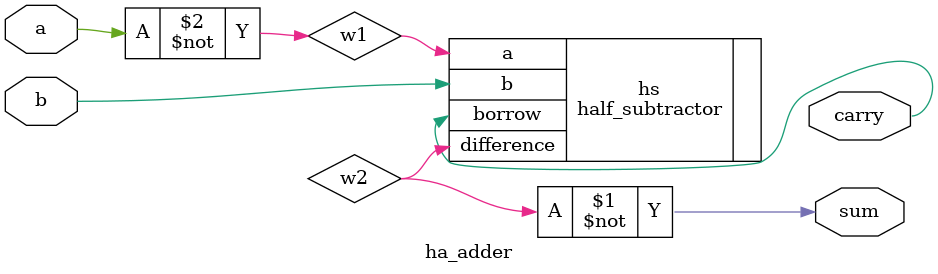
<source format=v>
`include "half_subtractor.v"
module ha_adder(a,b,sum,carry);
input a,b;
output sum,carry;
not g1(w1,a);
half_subtractor hs(.a(w1),.b(b),.difference(w2),.borrow(carry));
//not g2(sum,w2);
assign sum=~w2;
endmodule

</source>
